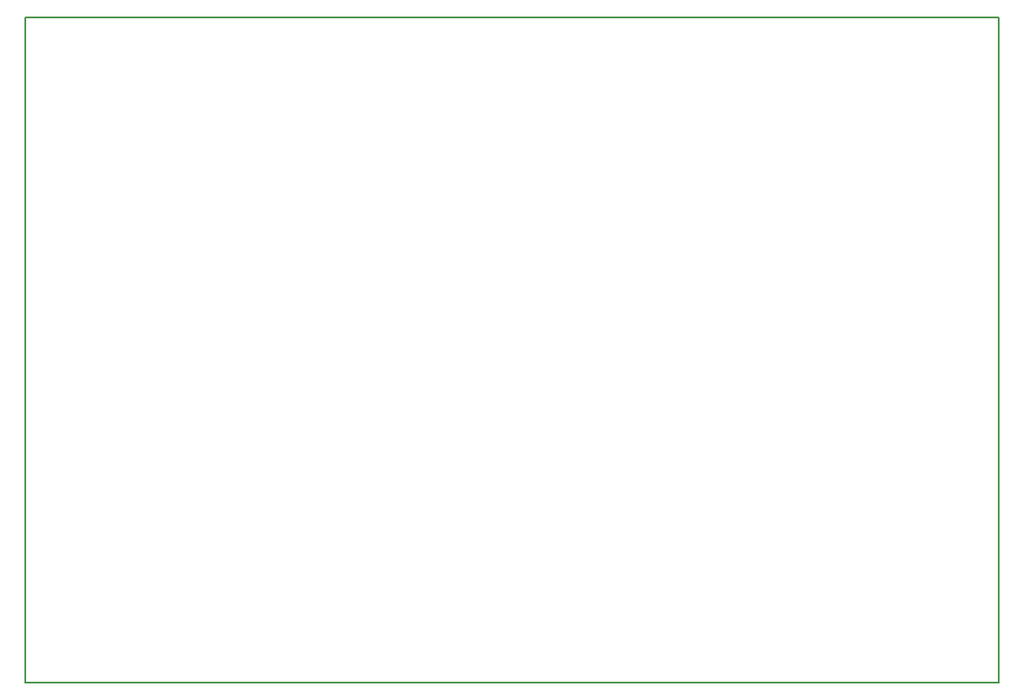
<source format=gbr>
%TF.GenerationSoftware,KiCad,Pcbnew,8.0.9-8.0.9-0~ubuntu24.04.1*%
%TF.CreationDate,2025-02-27T11:28:28+07:00*%
%TF.ProjectId,rp2040_dev,72703230-3430-45f6-9465-762e6b696361,rev?*%
%TF.SameCoordinates,Original*%
%TF.FileFunction,Profile,NP*%
%FSLAX46Y46*%
G04 Gerber Fmt 4.6, Leading zero omitted, Abs format (unit mm)*
G04 Created by KiCad (PCBNEW 8.0.9-8.0.9-0~ubuntu24.04.1) date 2025-02-27 11:28:28*
%MOMM*%
%LPD*%
G01*
G04 APERTURE LIST*
%TA.AperFunction,Profile*%
%ADD10C,0.200000*%
%TD*%
G04 APERTURE END LIST*
D10*
X106880000Y-70096000D02*
X201443000Y-70096000D01*
X201443000Y-134719000D01*
X106880000Y-134719000D01*
X106880000Y-70096000D01*
M02*

</source>
